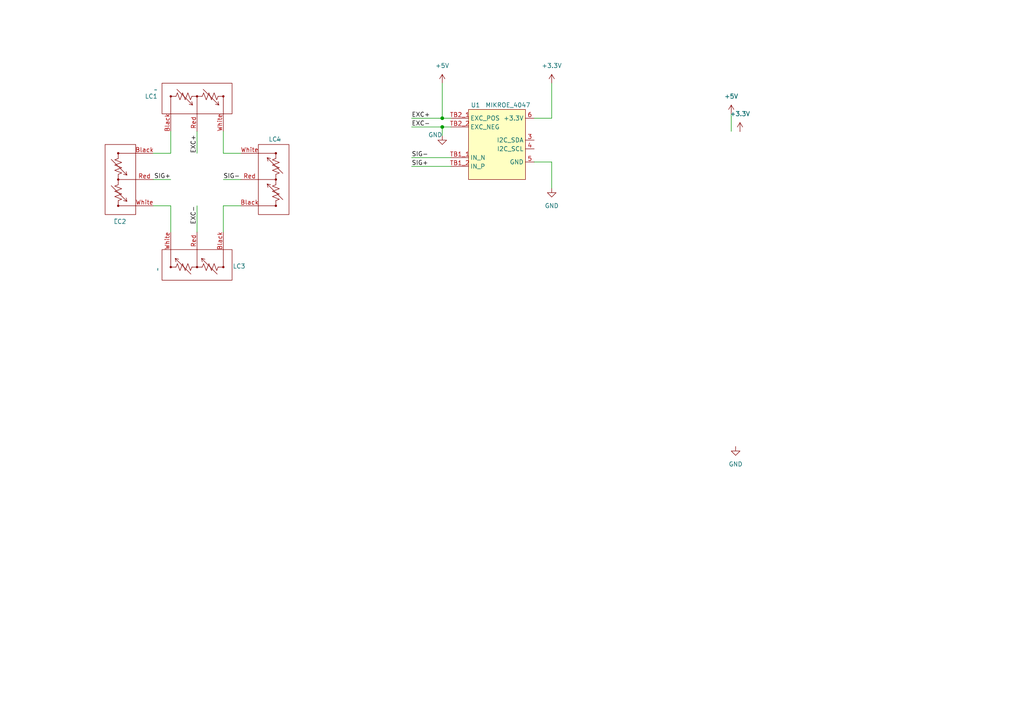
<source format=kicad_sch>
(kicad_sch (version 20231120) (generator "eeschema") (generator_version "8.0")
  (paper "A4")
  (lib_symbols
    (symbol "catbox_monitor:load_cell" (on_board no)
      (property "Reference" "LC" (at -2.794 11.43 0))
      (symbol "load_cell_0_1"
        (rectangle (start -3.81 10.16) (end 5.08 -10.16))
        (circle (center 0 -7.62) (radius 0.254) (fill (type outline)))
        (polyline (pts (xy 0 -7.62) (xy 0 -6.35)))
        (polyline (pts (xy 0 -6.096) (xy 0 -6.35)))
        (polyline (pts (xy 0 -1.524) (xy 0 -1.27)))
        (polyline (pts (xy 0 1.27) (xy 0 -1.27)))
        (polyline (pts (xy 0 1.524) (xy 0 1.27)))
        (polyline (pts (xy 0 6.096) (xy 0 6.35)))
        (polyline (pts (xy 0 7.62) (xy 0 6.35)))
        (polyline (pts (xy 5.08 -7.62) (xy 0 -7.62)))
        (polyline (pts (xy 5.08 0) (xy 0 0)))
        (polyline (pts (xy 5.08 7.62) (xy 0 7.62)))
        (polyline (pts (xy 0 -4.572) (xy 1.016 -4.953) (xy 0 -5.334) (xy -1.016 -5.715) (xy 0 -6.096)))
        (polyline (pts (xy 0 -3.048) (xy 1.016 -3.429) (xy 0 -3.81) (xy -1.016 -4.191) (xy 0 -4.572)))
        (polyline (pts (xy 0 -1.524) (xy 1.016 -1.905) (xy 0 -2.286) (xy -1.016 -2.667) (xy 0 -3.048)) (stroke (width 0.1524)))
        (polyline (pts (xy 0 3.048) (xy 1.016 2.667) (xy 0 2.286) (xy -1.016 1.905) (xy 0 1.524)))
        (polyline (pts (xy 0 4.572) (xy 1.016 4.191) (xy 0 3.81) (xy -1.016 3.429) (xy 0 3.048)))
        (polyline (pts (xy 0 6.096) (xy 1.016 5.715) (xy 0 5.334) (xy -1.016 4.953) (xy 0 4.572)) (stroke (width 0.1524)))
        (polyline (pts (xy 2.286 -2.286) (xy 2.54 -1.27) (xy 1.524 -1.524) (xy 2.54 -1.27) (xy -2.032 -5.842)) (stroke (width 0.1524)))
        (polyline (pts (xy 2.286 5.334) (xy 2.54 6.35) (xy 1.524 6.096) (xy 2.54 6.35) (xy -2.032 1.778)) (stroke (width 0.1524)))
        (circle (center 0 0) (radius 0.254) (fill (type outline)))
        (circle (center 0 7.62) (radius 0.254) (fill (type outline)))
      )
      (symbol "load_cell_1_1"
        (pin passive line (at 10.16 -7.62 180) (length 5.08) (name "~") (number "Black"))
        (pin passive line (at 10.16 0 180) (length 5.08) (name "~") (number "Red"))
        (pin passive line (at 10.16 7.62 180) (length 5.08) (name "~") (number "White"))
      )
    )
    (symbol "catbox_monitor:mikroe_4047"
      (property "Reference" "U" (at -10.16 16.256 0))
      (symbol "mikroe_4047_0_1"
        (rectangle (start -7.62 7.62) (end 8.89 -12.7) (fill (type background)))
      )
      (symbol "mikroe_4047_1_1"
        (pin bidirectional line (at 11.43 -1.27 180) (length 2.54) (name "I2C_SDA") (number "3"))
        (pin input line (at 11.43 -3.81 180) (length 2.54) (name "I2C_SCL") (number "4"))
        (pin passive line (at 11.43 -7.62 180) (length 2.54) (name "GND") (number "5"))
        (pin power_in line (at 11.43 5.08 180) (length 2.54) (name "+3.3V") (number "6"))
        (pin input line (at -12.7 -6.35 0) (length 5.08) (name "IN_N") (number "TB1_1"))
        (pin input line (at -12.7 -8.89 0) (length 5.08) (name "IN_P") (number "TB1_2"))
        (pin input line (at -12.7 5.08 0) (length 5.08) (name "EXC_POS") (number "TB2_1"))
        (pin input line (at -12.7 2.54 0) (length 5.08) (name "EXC_NEG") (number "TB2_2"))
      )
    )
    (symbol "power:+3.3V" (power) (pin_numbers hide) (pin_names (offset 0) hide)
      (property "Value" "+3.3V" (at 0 3.556 0))
      (symbol "+3.3V_0_1"
        (polyline (pts (xy -0.762 1.27) (xy 0 2.54)))
        (polyline (pts (xy 0 0) (xy 0 2.54)))
        (polyline (pts (xy 0 2.54) (xy 0.762 1.27)))
      )
      (symbol "+3.3V_1_1"
        (pin power_in line (at 0 0 90) (length 0) (name "~") (number "1"))
      )
    )
    (symbol "power:+5V" (power) (pin_numbers hide) (pin_names (offset 0) hide)
      (property "Value" "+5V" (at 0 3.556 0))
      (symbol "+5V_0_1"
        (polyline (pts (xy -0.762 1.27) (xy 0 2.54)))
        (polyline (pts (xy 0 0) (xy 0 2.54)))
        (polyline (pts (xy 0 2.54) (xy 0.762 1.27)))
      )
      (symbol "+5V_1_1"
        (pin power_in line (at 0 0 90) (length 0) (name "~") (number "1"))
      )
    )
    (symbol "power:GND" (power) (pin_numbers hide) (pin_names (offset 0) hide)
      (property "Value" "GND" (at 0 -3.81 0))
      (symbol "GND_0_1"
        (polyline (pts (xy 0 0) (xy 0 -1.27) (xy 1.27 -1.27) (xy 0 -2.54) (xy -1.27 -1.27) (xy 0 -1.27)))
      )
      (symbol "GND_1_1"
        (pin power_in line (at 0 0 270) (length 0) (name "~") (number "1"))
      )
    )
  )
  (junction (at 128.27 34.29))
  (junction (at 128.27 36.83))
  (wire (pts (xy 64.77 52.07) (xy 69.85 52.07)))
  (wire (pts (xy 128.27 39.37) (xy 128.27 36.83)))
  (wire (pts (xy 128.27 34.29) (xy 130.81 34.29)))
  (wire (pts (xy 128.27 36.83) (xy 130.81 36.83)))
  (wire (pts (xy 119.38 45.72) (xy 130.81 45.72)))
  (wire (pts (xy 119.38 36.83) (xy 128.27 36.83)))
  (wire (pts (xy 57.15 38.1) (xy 57.15 44.45)))
  (wire (pts (xy 64.77 59.69) (xy 69.85 59.69)))
  (wire (pts (xy 160.02 46.99) (xy 160.02 54.61)))
  (wire (pts (xy 128.27 24.13) (xy 128.27 34.29)))
  (wire (pts (xy 154.94 46.99) (xy 160.02 46.99)))
  (wire (pts (xy 154.94 34.29) (xy 160.02 34.29)))
  (wire (pts (xy 64.77 67.31) (xy 64.77 59.69)))
  (wire (pts (xy 119.38 34.29) (xy 128.27 34.29)))
  (wire (pts (xy 64.77 44.45) (xy 69.85 44.45)))
  (wire (pts (xy 44.45 44.45) (xy 49.53 44.45)))
  (wire (pts (xy 49.53 67.31) (xy 49.53 59.69)))
  (wire (pts (xy 44.45 52.07) (xy 49.53 52.07)))
  (wire (pts (xy 57.15 59.69) (xy 57.15 67.31)))
  (wire (pts (xy 119.38 48.26) (xy 130.81 48.26)))
  (wire (pts (xy 49.53 59.69) (xy 44.45 59.69)))
  (wire (pts (xy 212.09 33.02) (xy 212.09 38.1)))
  (wire (pts (xy 64.77 38.1) (xy 64.77 44.45)))
  (wire (pts (xy 49.53 44.45) (xy 49.53 38.1)))
  (wire (pts (xy 160.02 34.29) (xy 160.02 24.13)))
  (label "EXC+" (at 57.15 44.45 90))
  (label "EXC-" (at 57.15 59.69 270))
  (label "SIG+" (at 49.53 52.07 180))
  (label "SIG-" (at 119.38 45.72 0))
  (label "SIG-" (at 64.77 52.07 0))
  (label "EXC+" (at 119.38 34.29 0))
  (label "SIG+" (at 119.38 48.26 0))
  (label "EXC-" (at 119.38 36.83 0))
  (symbol (lib_id "power:+5V") (at 128.27 24.13 0) (unit 1)
    (property "Reference" "#PWR05" (effects (hide yes)))
    (property "Value" "+5V" (at 128.27 19.05 0))
    (property "Description" "Power symbol creates a global label with name \"+5V\"" (effects (hide yes)))
  )
  (symbol (lib_id "power:+5V") (at 212.09 33.02 0) (unit 1)
    (property "Reference" "#PWR06" (effects (hide yes)))
    (property "Value" "+5V" (at 212.09 27.94 0))
    (property "Description" "Power symbol creates a global label with name \"+5V\"" (effects (hide yes)))
  )
  (symbol (lib_id "catbox_monitor:load_cell") (at 57.15 27.94 270) (unit 1) (on_board no)
    (property "Reference" "LC1" (at 45.72 27.9401 90) (effects (justify right)))
    (property "Value" "~" (at 45.72 26.035 90) (effects (justify right)))
  )
  (symbol (lib_id "catbox_monitor:mikroe_4047") (at 143.51 39.37 0) (unit 1)
    (property "Reference" "U1" (at 137.922 30.48 0))
    (property "Value" "MIKROE_4047" (at 147.32 30.48 0))
  )
  (symbol (lib_id "catbox_monitor:load_cell") (at 34.29 52.07 0) (mirror x) (unit 1) (on_board no)
    (property "Reference" "LC2" (at 34.798 64.262 0))
    (property "Value" "~" (at 33.655 63.5 0))
  )
  (symbol (lib_id "power:+3.3V") (at 214.63 38.1 0) (unit 1)
    (property "Reference" "#PWR04" (effects (hide yes)))
    (property "Value" "+3.3V" (at 214.63 33.02 0))
    (property "Description" "Power symbol creates a global label with name \"+3.3V\"" (effects (hide yes)))
  )
  (symbol (lib_id "power:GND") (at 160.02 54.61 0) (unit 1)
    (property "Reference" "#PWR01" (effects (hide yes)))
    (property "Value" "GND" (at 160.02 59.69 0))
    (property "Description" "Power symbol creates a global label with name \"GND\" , ground" (effects (hide yes)))
  )
  (symbol (lib_id "power:+3.3V") (at 160.02 24.13 0) (unit 1)
    (property "Reference" "#PWR02" (effects (hide yes)))
    (property "Value" "+3.3V" (at 160.02 19.05 0))
    (property "Description" "Power symbol creates a global label with name \"+3.3V\"" (effects (hide yes)))
  )
  (symbol (lib_id "power:GND") (at 213.36 129.54 0) (unit 1)
    (property "Reference" "#PWR03" (effects (hide yes)))
    (property "Value" "GND" (at 213.36 134.62 0))
    (property "Description" "Power symbol creates a global label with name \"GND\" , ground" (effects (hide yes)))
  )
  (symbol (lib_id "power:GND") (at 128.27 39.37 0) (unit 1)
    (property "Reference" "#PWR07" (effects (hide yes)))
    (property "Value" "GND" (at 126.238 39.116 0))
    (property "Description" "Power symbol creates a global label with name \"GND\" , ground" (effects (hide yes)))
  )
  (symbol (lib_id "catbox_monitor:load_cell") (at 57.15 77.47 90) (unit 1) (on_board no)
    (property "Reference" "LC3" (at 69.342 77.216 90))
    (property "Value" "~" (at 45.72 78.105 0))
  )
  (symbol (lib_id "catbox_monitor:load_cell") (at 80.01 52.07 0) (mirror y) (unit 1) (on_board no)
    (property "Reference" "LC4" (at 79.756 40.386 0))
    (property "Value" "~" (at 80.645 40.64 0))
  )
)
</source>
